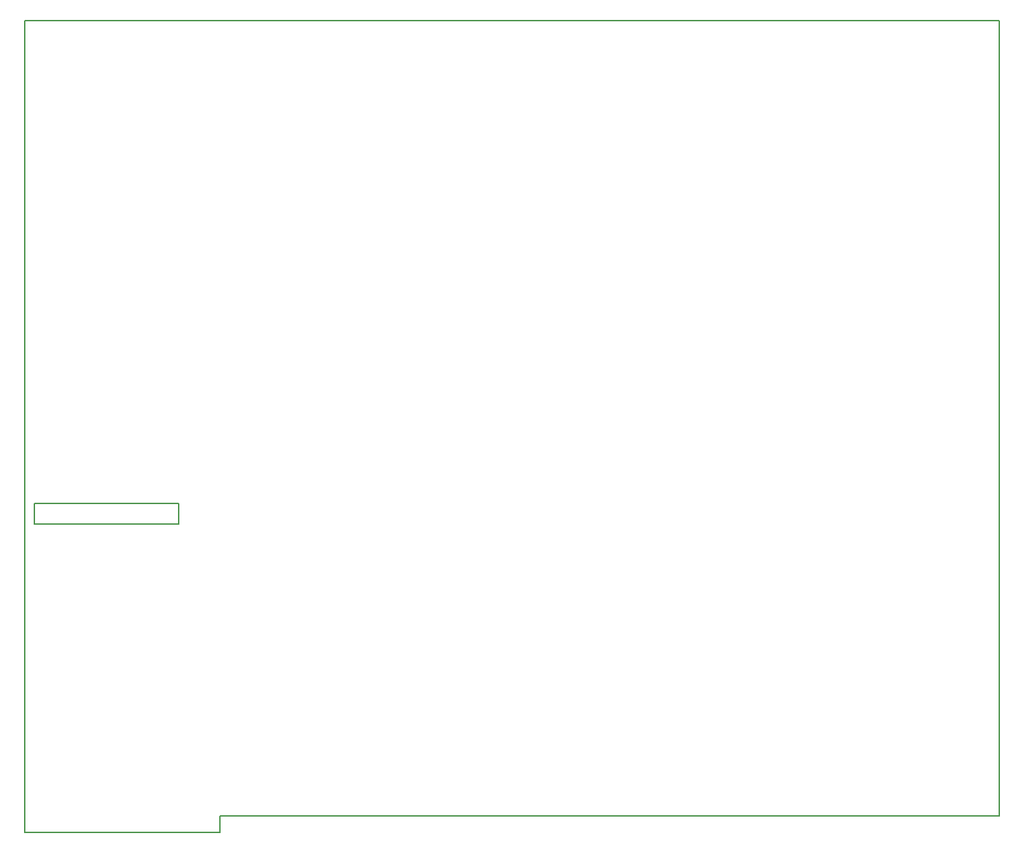
<source format=gbr>
G04 #@! TF.FileFunction,Profile,NP*
%FSLAX46Y46*%
G04 Gerber Fmt 4.6, Leading zero omitted, Abs format (unit mm)*
G04 Created by KiCad (PCBNEW 4.0.1-stable) date 23/05/2016 10:25:49*
%MOMM*%
G01*
G04 APERTURE LIST*
%ADD10C,0.100000*%
%ADD11C,0.150000*%
G04 APERTURE END LIST*
D10*
D11*
X113000000Y-146000000D02*
X89000000Y-146000000D01*
X209000000Y-144000000D02*
X209000000Y-46000000D01*
X113000000Y-144000000D02*
X113000000Y-146000000D01*
X209000000Y-144000000D02*
X113000000Y-144000000D01*
X89000000Y-146000000D02*
X89000000Y-46000000D01*
X209000000Y-46000000D02*
X89000000Y-46000000D01*
X90170000Y-108045000D02*
X90170000Y-105505000D01*
X107950000Y-108045000D02*
X90170000Y-108045000D01*
X107950000Y-105505000D02*
X107950000Y-108045000D01*
X90170000Y-105505000D02*
X107950000Y-105505000D01*
M02*

</source>
